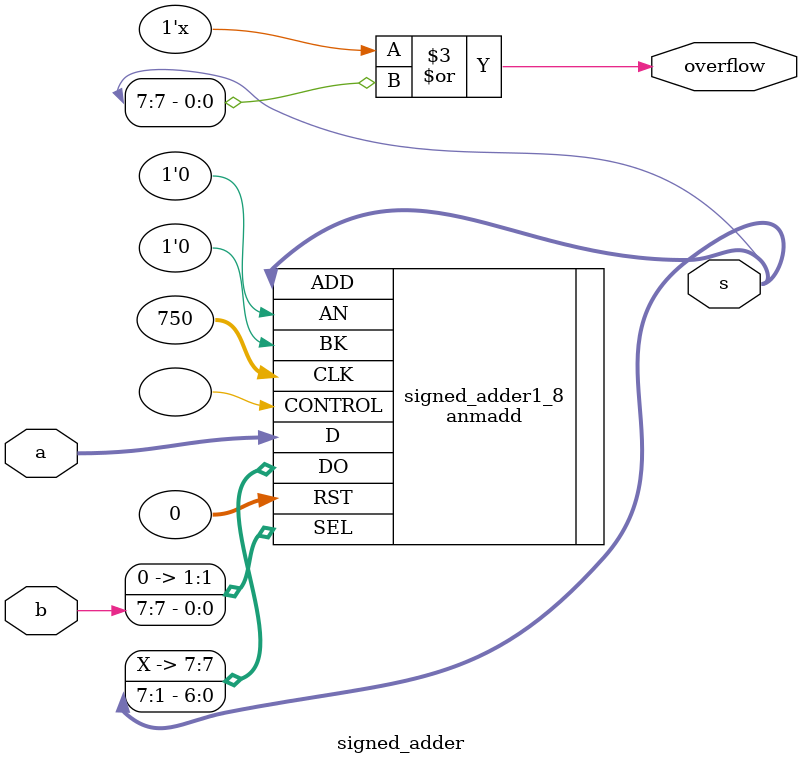
<source format=v>

module signed_adder(input [7:0] a,
    input [7:0] b,
    output [7:0] s,
    output overflow
); 

// The numbers a and b are added to the output s. 
// assign the occurence of the signed overflow of a and b to the output overflow.
// a signed overflow occurs if the most significant bits of a and b are low and the most significant bit of s is high
// a signed overflow may also occur if the most significant bits of a and b are high and the most significant bit of s is low


	anmadd 	 #(.Width(8)) signed_adder1_8( .D(a[7:0]), .CLK(750), .RST(0), .AN(1'b0), .ADD(s[7:0]), .BK(1'b0), .SEL({1'b0, b[7]}), .CONTROL(), .DO(s[8:1]) );
	 or(overflow,s[8],s[7]); //check for over or underflow

endmodule

</source>
